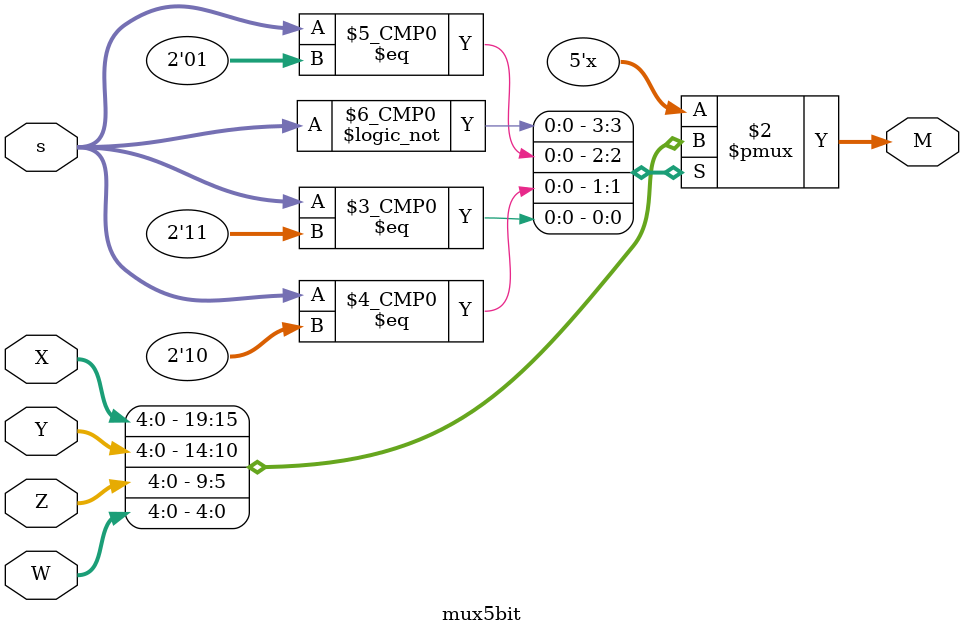
<source format=v>

 
 module mux5bit (X, Y, Z, W, s, M);

 // Inputs
 input [4:0] X; // First input
 input [4:0] Y; // Second input
 input [4:0] Z; // Third input
 input [4:0] W; // Forth input
 input [1:0] s;	 //Selector line (2 bits)

 // Output
 output reg [4:0] M; //Mux output

 always @(*)

 case (s)
 2'b00: M = X;	// Choose First input if the selector equals "00"
 2'b01: M = Y;	//Choose Second input if the selector equals "01"
 2'b10: M = Z;	//Choose Third input if the selector equals "10"
 2'b11: M = W;	//Choose Forth input if the selector equals "11"
 default: M = 2'b00; // Error state

 endcase
 endmodule
</source>
